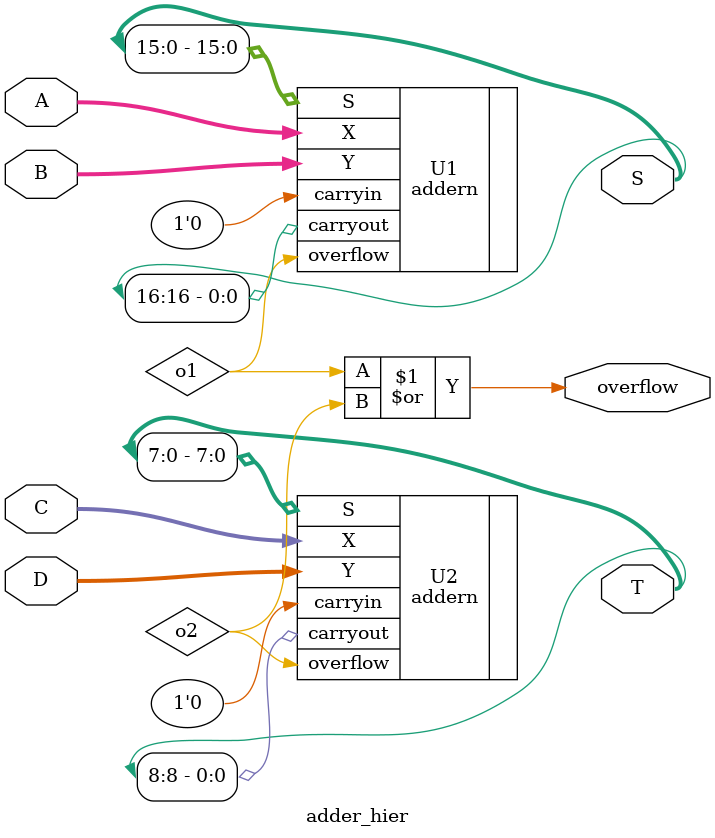
<source format=v>
module adder_hier (A, B, C, D, S, T, overflow);
	input [15:0] A, B;
	input [7:0] C, D;
	output [16:0] S;
	output [8:0] T;
	output overflow;
	wire o1, o2; // used for the overflow signals

	addern #(.n(16)) U1
	(
		.carryin (1'b0),
		.X (A),
		.Y (B),
		.S (S[15:0]),
		.carryout (S[16]),
		.overflow (o1)
	);
	addern #(.n(8)) U2
	(
		.carryin (1'b0),
		.X (C),
		.Y (D),
		.S (T[7:0]),
		.carryout (T[8]),
		.overflow (o2)
	);
	assign overflow = o1 | o2;

endmodule

</source>
